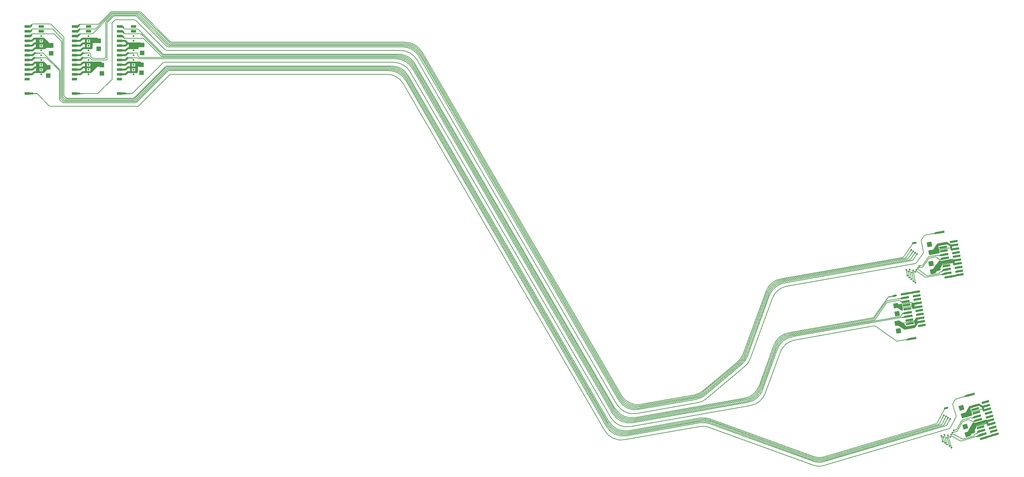
<source format=gbr>
*
G4_C Author: OrCAD GerbTool(tm) 8.1.1 Thu Jun 19 00:37:15 2003*
G4 Mass Parameters *
G4 Image *
G4 Aperture Definitions *
G4 Plot Data *
G4 Mass Parameters *
G4 Image *
G4 Aperture Definitions *
G4 Plot Data *
G4 Mass Parameters *
G4 Image *
G4 Aperture Definitions *
G4 Plot Data *
G4 Mass Parameters *
G4 Image *
G4 Aperture Definitions *
G4 Plot Data *
G4 Mass Parameters *
G4 Image *
G4 Aperture Definitions *
G4 Plot Data *
G4 Mass Parameters *
G4 Image *
G4 Aperture Definitions *
G4 Plot Data *
G4 Mass Parameters *
G4 Image *
G4 Aperture Definitions *
G4 Plot Data *
G4 Mass Parameters *
G4 Image *
G4 Aperture Definitions *
G4 Plot Data *
%LPD*%
%FSLAX34Y34*%
%MOIN*%
%AD*%
%AMD25R98*
20,1,0.025000,0.000000,-0.035000,0.000000,0.035000,98.600000*
%
%AMD10R98*
20,1,0.050000,-0.025000,0.000000,0.025000,0.000000,98.600000*
%
%AMD25R98N2*
20,1,0.025000,0.000000,-0.035000,0.000000,0.035000,98.600000*
%
%AMD10R98N2*
20,1,0.050000,-0.025000,0.000000,0.025000,0.000000,98.600000*
%
%AMD25R86*
20,1,0.025000,0.000000,-0.035000,0.000000,0.035000,86.080000*
%
%AMD10R86*
20,1,0.050000,-0.025000,0.000000,0.025000,0.000000,86.080000*
%
%AMD16R5*
20,1,0.025000,-0.035000,0.000000,0.035000,0.000000,5.450000*
%
%AMD10R5*
20,1,0.050000,-0.025000,0.000000,0.025000,0.000000,5.450000*
%
%AMD16R5N2*
20,1,0.025000,-0.035000,0.000000,0.035000,0.000000,5.450000*
%
%AMD10R5N2*
20,1,0.050000,-0.025000,0.000000,0.025000,0.000000,5.450000*
%
%AMD31R3*
20,1,0.025000,0.034920,-0.002390,-0.034920,0.002390,3.950000*
%
%AMD32R3*
20,1,0.050000,-0.001710,-0.024940,0.001710,0.024940,3.950000*
%
%AMD31R3N2*
20,1,0.025000,0.034920,-0.002390,-0.034920,0.002390,3.910000*
%
%AMD32R3N2*
20,1,0.050000,-0.001710,-0.024940,0.001710,0.024940,3.910000*
%
%AMD31R3N3*
20,1,0.025000,0.034920,-0.002390,-0.034920,0.002390,3.920000*
%
%AMD32R3N3*
20,1,0.050000,-0.001710,-0.024940,0.001710,0.024940,3.920000*
%
%AMD29R80*
20,1,0.022000,0.000000,-0.040000,0.000000,0.040000,80.000000*
%
%AMD42R80*
20,1,0.050000,-0.025000,0.000000,0.025000,0.000000,80.000000*
%
%AMD43R20*
20,1,0.022000,0.039390,-0.006950,-0.039390,0.006950,20.000000*
%
%AMD44R20*
20,1,0.050000,-0.004340,-0.024620,0.004340,0.024620,20.000000*
%
%AMD29R100*
20,1,0.022000,0.000000,-0.040000,0.000000,0.040000,100.000000*
%
%AMD42R100*
20,1,0.050000,-0.025000,0.000000,0.025000,0.000000,100.000000*
%
%AMD29R106*
20,1,0.022000,0.000000,-0.040000,0.000000,0.040000,106.600000*
%
%AMD42R106*
20,1,0.050000,-0.025000,0.000000,0.025000,0.000000,106.600000*
%
%AMD29R100N2*
20,1,0.022000,0.000000,-0.040000,0.000000,0.040000,100.000000*
%
%AMD42R100N2*
20,1,0.050000,-0.025000,0.000000,0.025000,0.000000,100.000000*
%
%AMD29R100N3*
20,1,0.022000,0.000000,-0.040000,0.000000,0.040000,100.000000*
%
%AMD42R100N3*
20,1,0.050000,-0.025000,0.000000,0.025000,0.000000,100.000000*
%
%AMD53R1*
20,1,0.022000,0.039390,0.006950,-0.039390,-0.006950,1.000000*
%
%AMD54R1*
20,1,0.050000,0.004340,-0.024620,-0.004340,0.024620,1.000000*
%
%AMD55R1*
20,1,0.022000,0.039260,0.007640,-0.039260,-0.007640,1.000000*
%
%AMD56R1*
20,1,0.050000,0.004770,-0.024540,-0.004770,0.024540,1.000000*
%
%AMD57R1*
20,1,0.022000,0.039120,0.008320,-0.039120,-0.008320,1.000000*
%
%AMD58R1*
20,1,0.050000,0.005200,-0.024450,-0.005200,0.024450,1.000000*
%
%AMD59R1*
20,1,0.022000,0.038970,0.009000,-0.038970,-0.009000,1.000000*
%
%AMD60R1*
20,1,0.050000,0.005630,-0.024360,-0.005630,0.024360,1.000000*
%
%AMD61R1*
20,1,0.022000,0.038810,0.009680,-0.038810,-0.009680,1.000000*
%
%AMD62R1*
20,1,0.050000,0.006050,-0.024260,-0.006050,0.024260,1.000000*
%
%AMD63R1*
20,1,0.022000,0.038640,0.010360,-0.038640,-0.010360,1.000000*
%
%AMD64R1*
20,1,0.050000,0.006470,-0.024150,-0.006470,0.024150,1.000000*
%
%AMD65R0*
20,1,0.022000,0.038450,0.011030,-0.038450,-0.011030,0.500000*
%
%AMD66R0*
20,1,0.050000,0.006890,-0.024030,-0.006890,0.024030,0.500000*
%
%ADD10R,0.050000X0.050000*%
%ADD11C,0.006000*%
%ADD12C,0.019000*%
%ADD13C,0.007900*%
%ADD14C,0.005000*%
%ADD15C,0.000800*%
%ADD16R,0.070000X0.025000*%
%ADD17R,0.068000X0.023000*%
%ADD18C,0.006000*%
%ADD19C,0.009800*%
%ADD20C,0.010000*%
%ADD21C,0.030000*%
%ADD22C,0.060000*%
%ADD23C,0.035000*%
%ADD24C,0.055000*%
%ADD25R,0.025000X0.070000*%
%ADD26D25R98*%
%ADD27R,0.029000X0.058000*%
%ADD28R,0.031000X0.060000*%
%ADD29R,0.022000X0.080000*%
%ADD30R,0.024000X0.082000*%
%ADD31R,0.030000X0.030000*%
%ADD32D10R86*%
%ADD33D16R5*%
%ADD34D10R5*%
%ADD35D16R5N2*%
%ADD36D10R5N2*%
%ADD37D31R3*%
%ADD38D32R3*%
%ADD39R,0.070000X0.025000*%
%ADD40D32R3N2*%
%ADD41R,0.070000X0.025000*%
%ADD42R,0.050000X0.050000*%
%ADD43D29R80*%
%ADD44D42R80*%
%ADD45D43R20*%
%ADD46D44R20*%
%ADD47D29R100*%
%ADD48D42R100*%
%ADD49D29R106*%
%ADD50D42R106*%
%ADD51D29R100N2*%
%ADD52D42R100N2*%
%ADD53D29R100N3*%
%ADD54D42R100N3*%
%ADD55D53R1*%
%ADD56D54R1*%
%ADD57D55R1*%
%ADD58D56R1*%
%ADD59D57R1*%
%ADD60D58R1*%
%ADD61D59R1*%
%ADD62D60R1*%
%ADD63D61R1*%
%ADD64D62R1*%
%ADD65D63R1*%
%ADD66D64R1*%
%ADD67D65R0*%
%ADD68D66R0*%
%ADD256R,0.058000X0.029000*%
G4_C OrCAD GerbTool Tool List *
G54D20*
G1X11500Y51885D2*
G1X10991Y51885D1*
G1X12183Y54145D2*
G54D12*
G1X12183Y54618D1*
G1X12183Y54263D2*
G1X12183Y54735D1*
G1X12236Y56640D2*
G1X12237Y57114D1*
G1X12154Y56135D2*
G54D11*
G1X11566Y56134D1*
G1X12254Y56035D2*
G75*
G3X12154Y56135I-100J0D1*
G74*
G1X11649Y51885D2*
G1X11387Y51885D1*
G1X11719Y51914D2*
G75*
G2X11649Y51885I-71J71D1*
G74*
G1X6191Y51883D2*
G54D12*
G1X5640Y51883D1*
G1X8033Y51886D2*
G54D11*
G1X6389Y51885D1*
G1X8103Y51915D2*
G75*
G2X8033Y51886I-71J71D1*
G74*
G1X6090Y51883D2*
G54D20*
G1X6531Y51883D1*
G1X1291Y51885D2*
G54D12*
G1X742Y51885D1*
G1X1701Y51885D2*
G54D20*
G1X1192Y51885D1*
G1X1771Y51854D2*
G75*
G54D11*
G3X1701Y51885I-71J-71D1*
G74*
G1X10931Y57385D2*
G54D12*
G1X10355Y57384D1*
G1X10486Y56384D2*
G1X10981Y56384D1*
G1X11232Y56636D1*
G1X10493Y55883D2*
G1X10992Y55883D1*
G1X10978Y54886D2*
G1X10431Y54886D1*
G1X10430Y54386D2*
G1X10977Y54386D1*
G1X11228Y54636D1*
G1X10964Y55385D2*
G1X11215Y55636D1*
G1X11229Y55136D2*
G1X10978Y54886D1*
G1X11219Y54136D2*
G1X10971Y53886D1*
G1X10992Y55883D2*
G1X11245Y56136D1*
G1X10976Y56888D2*
G1X10403Y56888D1*
G1X11224Y57136D2*
G1X10976Y56888D1*
G1X9589Y59243D2*
G75*
G54D11*
G2X9619Y59314I100J0D1*
G74*
G1X6291Y59128D2*
G1X6161Y59022D1*
G1X6231Y57382D2*
G54D12*
G1X6483Y57634D1*
G1X6280Y56382D2*
G1X6531Y56634D1*
G1X6277Y54384D2*
G1X6527Y54633D1*
G1X6263Y55384D2*
G1X6513Y55634D1*
G1X6527Y55133D2*
G1X6278Y54884D1*
G1X6518Y54134D2*
G1X6269Y53884D1*
G1X6513Y55634D2*
G54D20*
G1X6990Y55633D1*
G1X6291Y55882D2*
G54D12*
G1X6545Y56135D1*
G1X6545Y56134D2*
G54D20*
G1X6991Y56134D1*
G1X7792Y54634D2*
G54D12*
G1X6544Y54634D1*
G1X7843Y54633D2*
G1X7342Y54134D1*
G1X6518Y54134D1*
G1X6523Y57134D2*
G1X6276Y56885D1*
G1X7816Y54685D2*
G1X7366Y55134D1*
G1X7450Y57134D2*
G1X6523Y57134D1*
G1X6483Y57634D2*
G1X7450Y57634D1*
G1X7451Y56634D2*
G1X6531Y56634D1*
G1X8199Y54987D2*
G1X7698Y54488D1*
G1X6151Y58504D2*
G54D11*
G1X6287Y58616D1*
G75*
G2X6350Y58638I63J-78D1*
G74*
G1X6263Y58096D2*
G1X6156Y58009D1*
G1X6327Y58120D2*
G75*
G3X6263Y58096I0J-100D1*
G74*
G1X7214Y55634D2*
G1X6765Y55634D1*
G1X7286Y55604D2*
G75*
G3X7214Y55634I-71J-71D1*
G74*
G1X7358Y55745D2*
G75*
G2X7329Y55815I71J71D1*
G74*
G1X7329Y56033D1*
G1X7229Y56134D2*
G1X6765Y56134D1*
G1X7329Y56033D2*
G75*
G3X7229Y56134I-100J0D1*
G74*
G1X7524Y55578D2*
G1X7358Y55745D1*
G1X7595Y55548D2*
G75*
G2X7524Y55578I0J100D1*
G74*
G1X7476Y55413D2*
G1X7286Y55604D1*
G1X7547Y55384D2*
G75*
G2X7476Y55413I0J100D1*
G74*
G1X1005Y57779D2*
G1X1135Y57885D1*
G1X1005Y57992D1*
G1X1025Y57963D2*
G1X1025Y57809D1*
G1X1063Y57940D2*
G1X1062Y57831D1*
G1X1010Y57886D2*
G1X1135Y57885D1*
G1X1005Y58279D2*
G1X1135Y58386D1*
G1X1026Y58463D2*
G1X1025Y58309D1*
G1X1062Y58440D2*
G1X1063Y58332D1*
G1X1010Y58386D2*
G1X1135Y58386D1*
G1X1027Y58963D2*
G1X1026Y58809D1*
G1X1063Y58940D2*
G1X1064Y58832D1*
G1X1012Y58885D2*
G1X1136Y58886D1*
G1X1202Y58541D2*
G75*
G2X1301Y58641I100J0D1*
G74*
G1X1202Y58485D2*
G1X1202Y58541D1*
G1X1101Y58386D2*
G75*
G3X1202Y58485I0J100D1*
G74*
G1X1010Y57886D2*
G1X1135Y57885D1*
G1X1201Y58040D2*
G75*
G2X1301Y58140I100J0D1*
G74*
G1X1202Y57986D2*
G1X1201Y58040D1*
G1X1101Y57886D2*
G75*
G3X1202Y57986I0J100D1*
G74*
G1X1135Y58886D2*
G1X1005Y58992D1*
G1X1011Y58886D2*
G1X1135Y58886D1*
G1X1101Y58885D2*
G75*
G3X1201Y58986I0J100D1*
G74*
G1X1133Y58385D2*
G1X1004Y58492D1*
G1X1050Y58431D2*
G1X1175Y58430D1*
G1X1054Y58466D2*
G1X1179Y58466D1*
G1X1101Y58505D2*
G1X1231Y58611D1*
G1X1059Y58440D2*
G1X1189Y58546D1*
G1X990Y58491D2*
G1X1114Y58490D1*
G1X1068Y58413D2*
G1X1198Y58519D1*
G1X1003Y58992D2*
G1X1129Y58992D1*
G1X1043Y58932D2*
G1X1167Y58932D1*
G1X1045Y58971D2*
G1X1170Y58970D1*
G1X1199Y59043D2*
G1X1069Y58936D1*
G1X1192Y59002D2*
G1X1062Y58896D1*
G1X1177Y58977D2*
G1X1047Y58871D1*
G1X1042Y58457D2*
G1X1172Y58564D1*
G1X1106Y58010D2*
G1X1236Y58116D1*
G1X1025Y57944D2*
G1X1155Y58050D1*
G1X966Y57991D2*
G1X1090Y57991D1*
G1X1058Y57930D2*
G1X1183Y57930D1*
G1X1061Y57963D2*
G1X1186Y57963D1*
G1X1065Y57990D2*
G1X1190Y57989D1*
G1X1060Y57931D2*
G1X1190Y58038D1*
G1X1201Y58986D2*
G1X1201Y59046D1*
G75*
G2X1302Y59146I100J0D1*
G74*
G1X1243Y59129D2*
G1X1113Y59023D1*
G1X1187Y59084D2*
G1X1057Y58978D1*
G1X1182Y57383D2*
G54D12*
G1X605Y57384D1*
G1X1182Y57383D2*
G1X1434Y57635D1*
G1X1074Y58945D2*
G54D11*
G1X1202Y59074D1*
G1X735Y56383D2*
G54D12*
G1X1231Y56383D1*
G1X743Y55883D2*
G1X1243Y55883D1*
G1X681Y53885D2*
G1X1181Y53885D1*
G1X1229Y54885D2*
G1X681Y54884D1*
G1X681Y54385D2*
G1X1227Y54385D1*
G1X681Y55385D2*
G1X1215Y55385D1*
G1X1464Y55635D1*
G1X1470Y54135D2*
G1X1220Y53885D1*
G1X1226Y56886D2*
G1X654Y56887D1*
G1X1474Y57135D2*
G1X1226Y56886D1*
G1X1017Y58789D2*
G54D11*
G1X1147Y58896D1*
G1X1595Y56135D2*
G54D20*
G1X2041Y56134D1*
G1X2894Y54635D2*
G54D12*
G1X2394Y54135D1*
G1X2866Y54685D2*
G1X2417Y55135D1*
G1X1280Y56383D2*
G1X1532Y56635D1*
G1X1276Y54385D2*
G1X1527Y54635D1*
G1X1527Y55134D2*
G1X1278Y54885D1*
G1X1292Y55883D2*
G1X1544Y56136D1*
G1X14939Y56005D2*
G75*
G54D11*
G2X14869Y56034I0J100D1*
G74*
G1X14867Y55885D2*
G75*
G2X14797Y55914I0J100D1*
G74*
G1X14786Y55765D2*
G75*
G2X14716Y55794I0J100D1*
G74*
G1X14921Y55116D2*
G1X11719Y51914D1*
G1X14991Y55145D2*
G75*
G3X14921Y55116I0J-100D1*
G74*
G1X15232Y54765D2*
G75*
G3X15162Y54736I0J-100D1*
G74*
G1X15220Y54616D2*
G75*
G2X15290Y54645I71J-71D1*
G74*
G1X15347Y54525D2*
G75*
G3X15277Y54496I0J-100D1*
G74*
G1X15340Y54376D2*
G75*
G2X15410Y54405I71J-71D1*
G74*
G1X15484Y54285D2*
G75*
G3X15414Y54256I0J-100D1*
G74*
G1X15609Y53876D2*
G75*
G2X15679Y53905I71J-71D1*
G74*
G1X9724Y59953D2*
G75*
G2X9794Y59982I71J-71D1*
G74*
G1X9650Y60073D2*
G75*
G2X9720Y60102I71J-71D1*
G74*
G1X9587Y60193D2*
G75*
G2X9657Y60222I71J-71D1*
G74*
G1X9530Y60313D2*
G75*
G2X9600Y60342I71J-71D1*
G74*
G1X9473Y60433D2*
G75*
G2X9543Y60462I71J-71D1*
G74*
G1X9619Y59314D2*
G1X9875Y59571D1*
G75*
G2X9945Y59600I71J-71D1*
G74*
G1X12115Y50955D2*
G1X15414Y54256D1*
G1X12045Y50926D2*
G75*
G3X12115Y50955I0J100D1*
G74*
G1X15340Y54376D2*
G1X12040Y51075D1*
G75*
G2X11970Y51046I-71J71D1*
G74*
G1X11977Y51195D2*
G1X15277Y54496D1*
G1X11907Y51166D2*
G75*
G3X11977Y51195I0J100D1*
G74*
G1X15220Y54616D2*
G1X11920Y51315D1*
G75*
G2X11850Y51286I-71J71D1*
G74*
G1X11862Y51435D2*
G1X15162Y54736D1*
G1X11792Y51406D2*
G75*
G3X11862Y51435I0J100D1*
G74*
G1X11792Y51406D2*
G1X4843Y51406D1*
G75*
G2X4773Y51435I0J100D1*
G74*
G1X4744Y51286D2*
G1X11850Y51286D1*
G1X4673Y51315D2*
G75*
G3X4744Y51286I71J71D1*
G74*
G1X11907Y51166D2*
G1X4646Y51166D1*
G75*
G2X4575Y51195I0J100D1*
G74*
G1X4571Y51046D2*
G1X11970Y51046D1*
G1X4501Y51075D2*
G75*
G3X4571Y51046I71J71D1*
G74*
G1X12045Y50926D2*
G1X4472Y50926D1*
G75*
G2X4402Y50955I0J100D1*
G74*
G1X4088Y51269D1*
G1X4059Y51339D2*
G75*
G3X4088Y51269I100J0D1*
G74*
G1X4501Y51075D2*
G1X4208Y51368D1*
G75*
G2X4179Y51438I71J71D1*
G74*
G1X4575Y51195D2*
G1X4328Y51444D1*
G75*
G2X4299Y51514I71J71D1*
G74*
G1X4448Y51542D2*
G1X4673Y51315D1*
G1X4419Y51612D2*
G75*
G3X4448Y51542I100J0D1*
G74*
G1X4773Y51435D2*
G1X4571Y51637D1*
G75*
G2X4542Y51707I71J71D1*
G74*
G1X4059Y51339D2*
G1X4059Y54244D1*
G75*
G3X4030Y54314I-100J0D1*
G74*
G1X4179Y51438D2*
G1X4179Y54294D1*
G75*
G3X4150Y54364I-100J0D1*
G74*
G1X4030Y54314D2*
G1X2737Y55606D1*
G1X2667Y55635D2*
G1X1817Y55635D1*
G1X2737Y55606D2*
G75*
G3X2667Y55635I-71J-71D1*
G74*
G1X4150Y54364D2*
G1X2408Y56106D1*
G1X2338Y56135D2*
G1X1816Y56135D1*
G1X2408Y56106D2*
G75*
G3X2338Y56135I-71J-71D1*
G74*
G1X4299Y51514D2*
G1X4299Y57289D1*
G75*
G3X4270Y57359I-100J0D1*
G74*
G1X4419Y51612D2*
G1X4419Y57509D1*
G75*
G3X4390Y57579I-100J0D1*
G74*
G1X4542Y51707D2*
G1X4542Y57745D1*
G75*
G3X4513Y57815I-100J0D1*
G74*
G1X4270Y57359D2*
G1X3519Y58111D1*
G75*
G3X3449Y58140I-71J-71D1*
G74*
G1X4390Y57579D2*
G1X3359Y58611D1*
G75*
G3X3289Y58640I-71J-71D1*
G74*
G1X4513Y57815D2*
G1X3212Y59116D1*
G75*
G3X3142Y59145I-71J-71D1*
G74*
G1X2394Y54135D2*
G54D12*
G1X1470Y54135D1*
G1X2843Y54635D2*
G1X1510Y54635D1*
G1X2417Y55135D2*
G1X1510Y55134D1*
G1X2141Y55635D2*
G54D20*
G1X1510Y55635D1*
G1X2502Y57135D2*
G54D12*
G1X1474Y57135D1*
G1X3289Y58640D2*
G54D11*
G1X1301Y58640D1*
G1X3142Y59145D2*
G1X1302Y59145D1*
G1X3449Y58140D2*
G1X1300Y58140D1*
G1X1771Y51854D2*
G1X3051Y50575D1*
G75*
G3X3121Y50546I71J71D1*
G74*
G1X12240Y50546D1*
G1X12310Y50575D2*
G1X15609Y53876D1*
G1X12240Y50546D2*
G75*
G3X12310Y50575I0J100D1*
G74*
G1X8103Y51915D2*
G1X9560Y53372D1*
G1X9589Y53442D2*
G1X9589Y59243D1*
G1X9560Y53372D2*
G75*
G3X9589Y53442I-71J71D1*
G74*
G1X5631Y53884D2*
G54D12*
G1X6230Y53884D1*
G1X5629Y54384D2*
G1X6277Y54384D1*
G1X6278Y54884D2*
G1X5630Y54883D1*
G1X5630Y55384D2*
G1X6263Y55384D1*
G1X5692Y55882D2*
G1X6291Y55882D1*
G1X5684Y56382D2*
G1X6280Y56382D1*
G1X6231Y57382D2*
G1X5554Y57383D1*
G1X6276Y56885D2*
G1X5602Y56886D1*
G1X6089Y57896D2*
G54D11*
G1X5959Y58001D1*
G1X5959Y57790D2*
G1X6089Y57896D1*
G1X5964Y57896D1*
G1X5979Y57973D2*
G1X5979Y57818D1*
G1X6089Y57896D2*
G1X5964Y57896D1*
G1X6012Y57940D2*
G1X6138Y57940D1*
G1X6055Y57896D2*
G75*
G3X6156Y57996I0J100D1*
G74*
G1X6019Y58000D2*
G1X6144Y58000D1*
G1X6014Y57942D2*
G1X6144Y58048D1*
G1X6155Y58037D2*
G1X6155Y58092D1*
G1X6177Y58115D2*
G1X5979Y57954D1*
G1X6017Y57950D2*
G1X6017Y57842D1*
G1X6015Y57973D2*
G1X6140Y57973D1*
G1X6239Y58138D2*
G75*
G3X6177Y58115I0J-101D1*
G74*
G1X6156Y57996D2*
G1X6156Y58051D1*
G1X6383Y58138D2*
G1X6239Y58138D1*
G1X5921Y57982D2*
G1X6034Y58035D1*
G1X6021Y58029D2*
G1X6134Y58081D1*
G1X6089Y58396D2*
G1X5959Y58501D1*
G1X5959Y58290D2*
G1X6089Y58396D1*
G1X5964Y58396D1*
G1X5979Y58473D2*
G1X5979Y58318D1*
G1X6089Y58396D2*
G1X5964Y58396D1*
G1X6012Y58440D2*
G1X6138Y58440D1*
G1X6055Y58396D2*
G75*
G3X6156Y58496I0J100D1*
G74*
G1X6019Y58500D2*
G1X6144Y58500D1*
G1X6014Y58442D2*
G1X6144Y58548D1*
G1X6155Y58537D2*
G1X6155Y58592D1*
G1X6177Y58615D2*
G1X5979Y58454D1*
G1X6017Y58450D2*
G1X6017Y58342D1*
G1X6015Y58473D2*
G1X6140Y58473D1*
G1X6239Y58638D2*
G75*
G3X6177Y58615I0J-101D1*
G74*
G1X6156Y58496D2*
G1X6156Y58551D1*
G1X6383Y58638D2*
G1X6239Y58638D1*
G1X5921Y58483D2*
G1X6034Y58535D1*
G1X6021Y58529D2*
G1X6134Y58582D1*
G1X6091Y58895D2*
G1X5961Y59000D1*
G1X5961Y58789D2*
G1X6091Y58895D1*
G1X5966Y58895D1*
G1X5981Y58972D2*
G1X5981Y58817D1*
G1X6091Y58895D2*
G1X5966Y58895D1*
G1X6014Y58939D2*
G1X6140Y58939D1*
G1X6057Y58895D2*
G75*
G3X6158Y58995I0J100D1*
G74*
G1X6021Y58999D2*
G1X6146Y58999D1*
G1X6016Y58941D2*
G1X6146Y59047D1*
G1X6157Y59036D2*
G1X6157Y59091D1*
G1X6179Y59114D2*
G1X5981Y58953D1*
G1X6019Y58949D2*
G1X6019Y58841D1*
G1X6017Y58972D2*
G1X6142Y58972D1*
G1X6241Y59137D2*
G75*
G3X6179Y59114I0J-101D1*
G74*
G1X6158Y58995D2*
G1X6158Y59050D1*
G1X6385Y59137D2*
G1X6241Y59137D1*
G1X5923Y58981D2*
G1X6036Y59034D1*
G1X6023Y59028D2*
G1X6136Y59080D1*
G1X6097Y58493D2*
G1X6233Y58605D1*
G1X6115Y58016D2*
G1X6251Y58128D1*
G1X12237Y56635D2*
G54D12*
G1X11232Y56635D1*
G1X11246Y56134D2*
G54D20*
G1X11792Y56135D1*
G1X11215Y55635D2*
G1X11792Y55635D1*
G1X12498Y55135D2*
G54D12*
G1X11229Y55135D1*
G1X12183Y54635D2*
G1X11245Y54635D1*
G1X12183Y54135D2*
G1X11219Y54135D1*
G1X12182Y55635D2*
G54D11*
G1X11535Y55635D1*
G1X12252Y55606D2*
G75*
G3X12182Y55635I-71J-71D1*
G74*
G1X12252Y55606D2*
G1X12304Y55554D1*
G75*
G3X12374Y55525I71J71D1*
G74*
G1X12254Y55882D2*
G1X12254Y56035D1*
G1X12283Y55811D2*
G75*
G2X12254Y55882I71J71D1*
G74*
G1X12283Y55811D2*
G1X12420Y55674D1*
G75*
G3X12490Y55645I71J71D1*
G74*
G1X10431Y55385D2*
G54D12*
G1X10964Y55385D1*
G1X10431Y53885D2*
G1X10932Y53885D1*
G1X10991Y51885D2*
G1X10441Y51885D1*
G1X11801Y56383D3*
G1X11800Y55883D3*
G1X11800Y54384D3*
G1X11799Y55384D3*
G1X11799Y54884D3*
G1X11800Y53883D3*
G1X11799Y57884D3*
G54D256*
G1X11799Y58384D3*
G1X11801Y58884D3*
G1X10330Y58386D3*
G1X10329Y57885D3*
G1X10329Y57386D3*
G1X10329Y56886D3*
G1X10329Y56385D3*
G1X10330Y55885D3*
G1X10330Y55385D3*
G1X10329Y54884D3*
G1X10330Y54385D3*
G1X10329Y53886D3*
G1X10330Y53385D3*
G1X10329Y51885D3*
G1X10330Y58885D3*
G1X12498Y56817D2*
G54D12*
G1X12110Y56817D1*
G1X12505Y56993D2*
G1X12110Y56993D1*
G1X11799Y57384D3*
G1X12497Y57133D2*
G1X11224Y57133D1*
G54D42*
G1X12637Y54064D3*
G1X12638Y54904D3*
G1X12714Y56128D3*
G1X12715Y56968D3*
G54D12*
G1X7112Y56383D3*
G1X7111Y55883D3*
G1X7111Y54384D3*
G1X7111Y56883D3*
G1X7110Y57384D3*
G1X7110Y55384D3*
G1X7110Y54884D3*
G1X7111Y53883D3*
G54D256*
G1X5641Y58386D3*
G1X5640Y57885D3*
G1X5640Y57386D3*
G1X5640Y56886D3*
G1X5640Y56385D3*
G1X5641Y55885D3*
G1X5641Y55385D3*
G1X5640Y54884D3*
G1X5641Y54385D3*
G1X5640Y53886D3*
G1X5641Y53385D3*
G1X5640Y51885D3*
G1X5641Y58885D3*
G1X7110Y58884D3*
G1X7110Y58384D3*
G54D12*
G1X7110Y57884D3*
G1X9587Y60193D2*
G54D11*
G1X7562Y58167D1*
G1X7492Y58138D2*
G1X6327Y58138D1*
G1X7562Y58167D2*
G75*
G2X7492Y58138I-71J71D1*
G74*
G1X6350Y58638D2*
G1X7815Y58638D1*
G1X7885Y58667D2*
G1X9530Y60313D1*
G1X7815Y58638D2*
G75*
G3X7885Y58667I0J100D1*
G74*
G1X9473Y60433D2*
G1X8205Y59166D1*
G1X8135Y59137D2*
G1X6350Y59137D1*
G1X8205Y59166D2*
G75*
G2X8135Y59137I-71J71D1*
G74*
G1X6857Y57101D2*
G54D12*
G1X6857Y57574D1*
G1X6857Y56659D2*
G1X6857Y57132D1*
G1X7366Y56664D2*
G1X7366Y57137D1*
G1X7366Y57071D2*
G1X7366Y57544D1*
G1X5945Y57964D2*
G54D11*
G1X5945Y57809D1*
G1X5930Y57926D2*
G1X5930Y57771D1*
G1X5943Y58462D2*
G1X5943Y58307D1*
G1X5930Y58426D2*
G1X5930Y58271D1*
G1X5940Y58958D2*
G1X5940Y58803D1*
G1X5930Y58926D2*
G1X5930Y58771D1*
G1X6244Y59141D2*
G1X6114Y59035D1*
G1X8807Y55549D2*
G1X7595Y55549D1*
G1X8907Y55649D2*
G75*
G2X8807Y55549I-100J0D1*
G74*
G1X7547Y55384D2*
G1X8958Y55384D1*
G75*
G3X9058Y55484I0J100D1*
G74*
G1X9057Y59244D1*
G1X9086Y59315D2*
G1X9724Y59953D1*
G1X9057Y59244D2*
G75*
G2X9086Y59315I100J0D1*
G74*
G1X8907Y55649D2*
G1X8907Y59288D1*
G1X8936Y59359D2*
G1X9650Y60073D1*
G1X8907Y59288D2*
G75*
G2X8936Y59359I100J0D1*
G74*
G54D42*
G1X8506Y54010D3*
G1X8507Y54850D3*
G1X7995Y57634D2*
G54D12*
G1X7425Y57634D1*
G1X7450Y56634D2*
G1X7450Y57623D1*
G1X7384Y56993D2*
G1X7440Y56993D1*
G1X7440Y56816D2*
G1X7384Y56816D1*
G1X8002Y57462D2*
G1X7432Y57462D1*
G1X8008Y57275D2*
G1X7438Y57275D1*
G54D42*
G1X8175Y56552D3*
G1X8176Y57392D3*
G54D12*
G1X2183Y56382D3*
G1X2182Y55882D3*
G1X2182Y54383D3*
G1X2182Y56882D3*
G1X2181Y57383D3*
G1X2181Y55383D3*
G1X2181Y54883D3*
G1X2182Y53882D3*
G1X2181Y57883D3*
G54D256*
G1X2181Y58383D3*
G1X2183Y58883D3*
G1X711Y58385D3*
G1X710Y57884D3*
G1X710Y57385D3*
G1X710Y56885D3*
G1X710Y56384D3*
G1X711Y55884D3*
G1X711Y55384D3*
G1X710Y54883D3*
G1X711Y54384D3*
G1X710Y53885D3*
G1X711Y53384D3*
G1X710Y51883D3*
G1X711Y58884D3*
G1X1474Y57635D2*
G54D12*
G1X2416Y57635D1*
G54D42*
G1X2893Y53775D3*
G1X2894Y54615D3*
G1X3212Y56079D3*
G1X3213Y56919D3*
G1X2507Y57073D2*
G54D12*
G1X3367Y57073D1*
G1X2867Y57185D2*
G1X2418Y57635D1*
G1X3119Y56931D2*
G1X2670Y57381D1*
G1X2507Y56764D2*
G1X3367Y56764D1*
G1X2455Y56928D2*
G1X3315Y56928D1*
G1X3044Y56887D2*
G1X2595Y57337D1*
G1X2601Y56750D2*
G1X2601Y57427D1*
G1X2448Y56635D2*
G1X2448Y57585D1*
G1X2978Y57079D2*
G1X2528Y56635D1*
G1X2510Y56634D2*
G1X1555Y56634D1*
G1X1920Y54157D2*
G1X1920Y55107D1*
G1X1737Y54164D2*
G1X1737Y55114D1*
G1X1902Y56651D2*
G1X1902Y57601D1*
G1X1717Y56637D2*
G1X1717Y57587D1*
G1X2442Y55104D2*
G1X2442Y54205D1*
G1X2600Y54935D2*
G1X2600Y54435D1*
G1X12085Y56719D2*
G1X12085Y57134D1*
G1X11414Y56684D2*
G1X11414Y57134D1*
G1X11195Y57139D2*
G1X10943Y57393D1*
G54D256*
G1X11749Y56967D3*
G1X11728Y56812D3*
G1X10618Y57990D2*
G54D11*
G1X10748Y57884D1*
G1X10618Y57778D1*
G1X10624Y57884D2*
G1X10748Y57884D1*
G1X10624Y57884D1*
G1X10714Y57885D2*
G75*
G2X10814Y57784I0J-100D1*
G74*
G1X10639Y57827D2*
G1X10769Y57720D1*
G1X10578Y57780D2*
G1X10704Y57779D1*
G1X10672Y57840D2*
G1X10796Y57840D1*
G1X10674Y57807D2*
G1X10800Y57807D1*
G1X10679Y57780D2*
G1X10803Y57780D1*
G1X10674Y57838D2*
G1X10804Y57732D1*
G1X10814Y57748D2*
G1X10813Y57693D1*
G1X10814Y57793D2*
G1X10814Y57738D1*
G1X10633Y57944D2*
G1X10633Y57817D1*
G1X10619Y58490D2*
G1X10749Y58384D1*
G1X10623Y58385D1*
G1X10715Y58384D2*
G75*
G2X10814Y58284I0J-100D1*
G74*
G1X10747Y58384D2*
G1X10616Y58278D1*
G1X10664Y58340D2*
G1X10789Y58339D1*
G1X10667Y58304D2*
G1X10792Y58304D1*
G1X10672Y58330D2*
G1X10802Y58224D1*
G1X10602Y58279D2*
G1X10728Y58279D1*
G1X10682Y58357D2*
G1X10812Y58251D1*
G1X10656Y58312D2*
G1X10786Y58206D1*
G1X10813Y58255D2*
G1X10813Y58200D1*
G1X10813Y58298D2*
G1X10813Y58243D1*
G1X10637Y58439D2*
G1X10637Y58312D1*
G1X10624Y58887D2*
G1X10750Y58887D1*
G1X10619Y58993D1*
G1X10749Y58887D2*
G1X10618Y58781D1*
G1X10623Y58887D2*
G1X10749Y58887D1*
G1X10714Y58887D2*
G75*
G2X10814Y58787I0J-100D1*
G74*
G1X10616Y58782D2*
G1X10741Y58781D1*
G1X10655Y58841D2*
G1X10781Y58842D1*
G1X10659Y58802D2*
G1X10783Y58802D1*
G1X10812Y58730D2*
G1X10682Y58836D1*
G1X10806Y58772D2*
G1X10676Y58877D1*
G1X10790Y58796D2*
G1X10660Y58902D1*
G1X10814Y58787D2*
G1X10815Y58727D1*
G1X10799Y58689D2*
G1X10669Y58795D1*
G1X10687Y58828D2*
G1X10815Y58699D1*
G1X10633Y58937D2*
G1X10633Y58810D1*
G1X10719Y57760D2*
G1X10826Y57673D1*
G75*
G3X10889Y57651I63J78D1*
G74*
G1X10715Y58265D2*
G1X10840Y58164D1*
G75*
G3X10903Y58141I63J77D1*
G74*
G1X10725Y58750D2*
G1X10831Y58664D1*
G75*
G3X10894Y58641I63J77D1*
G74*
G1X14716Y55794D2*
G1X12890Y57621D1*
G1X12819Y57651D2*
G1X10889Y57651D1*
G1X12890Y57621D2*
G75*
G3X12819Y57651I-71J-71D1*
G74*
G1X10903Y58141D2*
G1X12529Y58141D1*
G1X12599Y58112D2*
G1X14797Y55914D1*
G1X12529Y58141D2*
G75*
G2X12599Y58112I0J-100D1*
G74*
G1X12183Y54285D2*
G54D12*
G1X12083Y54286D1*
G1X12184Y54448D2*
G1X12084Y54448D1*
G1X12497Y54793D2*
G1X12084Y54793D1*
G1X12084Y54955D2*
G1X12497Y54955D1*
G1X11543Y54139D2*
G1X11543Y54612D1*
G1X11543Y54583D2*
G1X11543Y55055D1*
G1X12083Y54155D2*
G1X12083Y54628D1*
G1X12084Y54578D2*
G1X12084Y55051D1*
G1X6853Y54151D2*
G1X6853Y54624D1*
G1X7610Y54447D2*
G1X7401Y54447D1*
G1X6853Y54624D2*
G1X6853Y55097D1*
G1X8409Y54791D2*
G1X7401Y54791D1*
G1X7401Y54954D2*
G1X8410Y54954D1*
G1X7397Y54224D2*
G1X7397Y54697D1*
G1X7397Y54584D2*
G1X7397Y55057D1*
G1X8409Y55134D2*
G1X6527Y55134D1*
G1X15658Y57304D2*
G75*
G54D11*
G3X15799Y57245I142J141D1*
G74*
G1X15560Y57184D2*
G75*
G3X15701Y57125I142J141D1*
G74*
G1X15606Y57005D2*
G75*
G2X15465Y57064I0J200D1*
G74*
G1X15389Y56944D2*
G75*
G3X15530Y56885I142J142D1*
G74*
G1X15431Y56765D2*
G75*
G2X15290Y56824I0J200D1*
G74*
G1X15125Y56444D2*
G75*
G3X15266Y56385I142J142D1*
G74*
G1X15799Y57245D2*
G75*
G2X15658Y57304I0J200D1*
G74*
G1X9543Y60462D2*
G1X12425Y60462D1*
G1X12567Y60403D2*
G1X15658Y57304D1*
G1X12425Y60462D2*
G75*
G2X12567Y60403I0J-200D1*
G74*
G1X9600Y60342D2*
G1X12326Y60342D1*
G1X12468Y60283D2*
G1X15560Y57184D1*
G1X12326Y60342D2*
G75*
G2X12468Y60283I0J-200D1*
G74*
G1X9657Y60222D2*
G1X12224Y60222D1*
G1X12366Y60163D2*
G1X15465Y57064D1*
G1X12224Y60222D2*
G75*
G2X12366Y60163I0J-200D1*
G74*
G1X9720Y60102D2*
G1X12148Y60102D1*
G1X12290Y60043D2*
G1X15389Y56944D1*
G1X12148Y60102D2*
G75*
G2X12290Y60043I0J-200D1*
G74*
G1X9794Y59982D2*
G1X12049Y59982D1*
G1X12191Y59923D2*
G1X15290Y56824D1*
G1X12049Y59982D2*
G75*
G2X12191Y59923I0J-200D1*
G74*
G1X9945Y59600D2*
G1X11887Y59600D1*
G1X12029Y59541D2*
G1X15125Y56444D1*
G1X11887Y59600D2*
G75*
G2X12029Y59541I0J-200D1*
G74*
G1X10894Y58641D2*
G1X12179Y58641D1*
G1X12321Y58582D2*
G1X14869Y56034D1*
G1X12179Y58641D2*
G75*
G2X12321Y58582I0J-200D1*
G74*
G1X15799Y57245D2*
G1X40169Y57245D1*
G75*
G2X41899Y56248I0J-1991D1*
G74*
G1X40101Y57125D2*
G1X15701Y57125D1*
G1X41831Y56128D2*
G75*
G3X40101Y57125I-1730J-1004D1*
G74*
G1X15606Y57005D2*
G1X40031Y57005D1*
G75*
G2X41762Y56008I0J-1991D1*
G74*
G1X39963Y56885D2*
G1X15530Y56885D1*
G1X41693Y55888D2*
G75*
G3X39963Y56885I-1730J-1002D1*
G74*
G1X15431Y56765D2*
G1X39893Y56765D1*
G75*
G2X41623Y55768I0J-1991D1*
G74*
G1X39675Y56385D2*
G1X15266Y56385D1*
G1X41405Y55388D2*
G75*
G3X39675Y56385I-1730J-1002D1*
G74*
G1X14939Y56005D2*
G1X39455Y56005D1*
G75*
G2X41185Y55008I0J-1991D1*
G74*
G1X39386Y55885D2*
G1X14867Y55885D1*
G1X41116Y54888D2*
G75*
G3X39386Y55885I-1730J-1004D1*
G74*
G1X14786Y55765D2*
G1X39317Y55765D1*
G75*
G2X41047Y54768I0J-1991D1*
G74*
G1X39248Y55645D2*
G1X12490Y55645D1*
G1X40978Y54648D2*
G75*
G3X39248Y55645I-1730J-1004D1*
G74*
G1X12374Y55525D2*
G1X39179Y55525D1*
G75*
G2X40909Y54528I0J-1991D1*
G74*
G1X38960Y55145D2*
G1X14991Y55145D1*
G1X40690Y54148D2*
G75*
G3X38960Y55145I-1730J-1004D1*
G74*
G1X15232Y54765D2*
G1X38741Y54765D1*
G75*
G2X40471Y53768I0J-1991D1*
G74*
G1X38671Y54645D2*
G1X15290Y54645D1*
G1X40401Y53648D2*
G75*
G3X38671Y54645I-1730J-1004D1*
G74*
G1X15347Y54525D2*
G1X38602Y54525D1*
G75*
G2X40333Y53528I0J-1991D1*
G74*
G1X38533Y54405D2*
G1X15410Y54405D1*
G1X40264Y53408D2*
G75*
G3X38533Y54405I-1730J-1004D1*
G74*
G1X15484Y54285D2*
G1X38464Y54285D1*
G75*
G2X40194Y53288I0J-1991D1*
G74*
G1X38245Y53905D2*
G1X15679Y53905D1*
G1X39975Y52908D2*
G75*
G3X38245Y53905I-1730J-1004D1*
G74*
G1X39975Y52908D2*
G1X60974Y16683D1*
G75*
G3X63052Y15717I1735J1007D1*
G74*
G1X61170Y17104D2*
G1X40194Y53288D1*
G1X63247Y16137D2*
G75*
G2X61170Y17104I-347J1962D1*
G74*
G1X40264Y53408D2*
G1X61231Y17237D1*
G75*
G3X63309Y16270I1735J1007D1*
G74*
G1X61293Y17369D2*
G1X40333Y53528D1*
G1X63371Y16403D2*
G75*
G2X61293Y17369I-347J1962D1*
G74*
G1X40401Y53648D2*
G1X61355Y17502D1*
G75*
G3X63433Y16535I1735J1007D1*
G74*
G1X61417Y17635D2*
G1X40471Y53768D1*
G1X63494Y16668D2*
G75*
G2X61417Y17635I-347J1962D1*
G74*
G1X40690Y54148D2*
G1X61612Y18055D1*
G75*
G3X63690Y17088I1735J1007D1*
G74*
G1X61808Y18475D2*
G1X40909Y54528D1*
G1X63885Y17509D2*
G75*
G2X61808Y18475I-347J1962D1*
G74*
G1X40978Y54648D2*
G1X61869Y18608D1*
G75*
G3X63947Y17642I1735J1007D1*
G74*
G1X61931Y18741D2*
G1X41047Y54768D1*
G1X64009Y17774D2*
G75*
G2X61931Y18741I-347J1962D1*
G74*
G1X41116Y54888D2*
G1X61993Y18874D1*
G75*
G3X64071Y17907I1735J1007D1*
G74*
G1X62055Y19006D2*
G1X41185Y55008D1*
G1X64133Y18040D2*
G75*
G2X62055Y19006I-347J1961D1*
G74*
G1X41405Y55388D2*
G1X62250Y19427D1*
G75*
G3X64328Y18460I1736J1005D1*
G74*
G1X62446Y19847D2*
G1X41623Y55768D1*
G1X64524Y18880D2*
G75*
G2X62446Y19847I-347J1962D1*
G74*
G1X41693Y55888D2*
G1X62507Y19980D1*
G75*
G3X64585Y19013I1736J1005D1*
G74*
G1X62569Y20113D2*
G1X41762Y56008D1*
G1X64647Y19146D2*
G75*
G2X62569Y20113I-347J1961D1*
G74*
G1X41831Y56128D2*
G1X62631Y20245D1*
G75*
G3X64709Y19279I1735J1007D1*
G74*
G1X62694Y20378D2*
G1X41899Y56248D1*
G1X64771Y19412D2*
G75*
G2X62694Y20378I-347J1961D1*
G74*
G1X75566Y20056D2*
G1X64133Y18040D1*
G1X77098Y21341D2*
G75*
G2X75566Y20056I-1873J682D1*
G74*
G1X64071Y17907D2*
G1X75656Y19950D1*
G75*
G3X77188Y21235I-347J1965D1*
G74*
G1X75745Y19844D2*
G1X64009Y17774D1*
G1X77277Y21129D2*
G75*
G2X75745Y19844I-1873J682D1*
G74*
G1X63947Y17642D2*
G1X75834Y19738D1*
G75*
G3X77366Y21023I-347J1965D1*
G74*
G1X75923Y19631D2*
G1X63885Y17509D1*
G1X77455Y20917D2*
G75*
G2X75923Y19631I-1873J682D1*
G74*
G1X63690Y17088D2*
G1X76205Y19295D1*
G75*
G3X77737Y20581I-347J1965D1*
G74*
G1X64771Y19412D2*
G1X70298Y20386D1*
G75*
G3X71236Y20824I-351J1989D1*
G74*
G1X70350Y20273D2*
G1X64709Y19279D1*
G1X71289Y20711D2*
G75*
G2X70350Y20273I-1278J1523D1*
G74*
G1X64647Y19146D2*
G1X70403Y20161D1*
G75*
G3X71341Y20598I-351J1989D1*
G74*
G1X70455Y20048D2*
G1X64585Y19013D1*
G1X71394Y20486D2*
G75*
G2X70455Y20048I-1278J1523D1*
G74*
G1X64524Y18880D2*
G1X70508Y19936D1*
G75*
G3X71446Y20373I-351J1989D1*
G74*
G1X70674Y19579D2*
G1X64328Y18460D1*
G1X71613Y20017D2*
G75*
G2X70674Y19579I-1279J1523D1*
G74*
G1X71236Y20824D2*
G1X74859Y23863D1*
G75*
G3X75453Y24712I-1281J1526D1*
G74*
G1X74961Y23793D2*
G1X71289Y20711D1*
G1X75555Y24641D2*
G75*
G2X74961Y23793I-1862J677D1*
G74*
G1X71341Y20598D2*
G1X75063Y23721D1*
G75*
G3X75657Y24569I-1281J1526D1*
G74*
G1X71394Y20486D2*
G1X75165Y23650D1*
G75*
G3X75759Y24498I-1281J1526D1*
G74*
G1X75267Y23579D2*
G1X71446Y20373D1*
G1X75860Y24427D2*
G75*
G2X75267Y23579I-1862J677D1*
G74*
G1X75589Y23354D2*
G1X71613Y20017D1*
G1X76183Y24202D2*
G75*
G2X75589Y23354I-1862J677D1*
G74*
G1X63052Y15717D2*
G1X70876Y17097D1*
G75*
G2X71908Y17006I349J-1976D1*
G74*
G1X70911Y17488D2*
G1X63247Y16137D1*
G1X71942Y17398D2*
G75*
G3X70911Y17488I-688J-1890D1*
G74*
G1X63309Y16270D2*
G1X70922Y17612D1*
G75*
G2X71953Y17522I349J-1976D1*
G74*
G1X70933Y17736D2*
G1X63371Y16403D1*
G1X71964Y17646D2*
G75*
G3X70933Y17736I-688J-1891D1*
G74*
G1X63433Y16535D2*
G1X70943Y17860D1*
G75*
G2X71975Y17770I349J-1976D1*
G74*
G1X70955Y17984D2*
G1X63494Y16668D1*
G1X71986Y17893D2*
G75*
G3X70955Y17984I-688J-1891D1*
G74*
G1X95984Y37381D2*
G54D12*
G1X95491Y37294D1*
G1X95783Y37346D2*
G54D20*
G1X95281Y37257D1*
G1X94347Y37063D2*
G75*
G54D11*
G2X94412Y37104I82J-58D1*
G74*
G54D12*
G1X93180Y33398D3*
G1X93405Y32117D3*
G1X93405Y32117D2*
G54D11*
G1X93180Y33398D1*
G1X95665Y33769D2*
G54D12*
G1X96006Y34254D1*
G1X95957Y33941D2*
G1X95716Y33597D1*
G1X95695Y33706D3*
G1X96892Y33543D2*
G1X96318Y33442D1*
G1X96293Y33446D2*
G54D20*
G1X96181Y33288D1*
G1X96549Y35083D2*
G54D12*
G1X96057Y34997D1*
G1X96348Y35048D2*
G54D20*
G1X95847Y34960D1*
G1X96438Y34663D2*
G1X95916Y34571D1*
G1X96125Y34608D2*
G54D12*
G1X96618Y34694D1*
G1X96297Y33002D2*
G54D11*
G1X96287Y32988D1*
G1X95769Y34991D2*
G1X95831Y34949D1*
G1X95695Y35008D2*
G75*
G2X95769Y34991I17J-99D1*
G74*
G1X95895Y34565D2*
G1X95562Y34799D1*
G75*
G3X95487Y34816I-58J-82D1*
G74*
G1X95289Y37259D2*
G1X94412Y37104D1*
G1X97632Y32873D2*
G54D12*
G1X97057Y32772D1*
G1X94884Y34710D2*
G54D11*
G1X95487Y34816D1*
G1X94819Y34669D2*
G75*
G2X94884Y34710I82J-58D1*
G74*
G1X94828Y34855D2*
G1X95695Y35008D1*
G1X94763Y34814D2*
G75*
G2X94828Y34855I82J-58D1*
G74*
G1X96175Y33275D2*
G1X96009Y33246D1*
G75*
G3X95944Y33205I17J-98D1*
G74*
G1X95868Y33095D1*
G75*
G2X95803Y33054I-82J58D1*
G74*
G1X94691Y32858D1*
G75*
G2X94617Y32874I-17J99D1*
G74*
G1X95924Y33485D2*
G54D12*
G1X95174Y33352D1*
G1X95316Y33473D2*
G1X95657Y33958D1*
G1X95484Y33458D2*
G1X95825Y33943D1*
G1X95420Y33190D2*
G1X95761Y33675D1*
G1X92978Y35551D3*
G1X93180Y35409D3*
G1X93383Y35267D3*
G1X93586Y35125D3*
G1X93150Y34501D2*
G75*
G54D11*
G2X93085Y34460I-82J58D1*
G74*
G54D12*
G1X93809Y33863D3*
G1X93667Y33660D3*
G1X93525Y33457D3*
G1X93383Y33255D3*
G1X93586Y35124D2*
G54D11*
G1X93152Y34504D1*
G75*
G2X93087Y34463I-82J58D1*
G74*
G1X94763Y34814D2*
G1X94166Y33955D1*
G1X94101Y33914D2*
G1X93809Y33863D1*
G1X94166Y33955D2*
G75*
G2X94101Y33914I-82J58D1*
G74*
G1X94819Y34669D2*
G1X94206Y33786D1*
G1X94141Y33744D2*
G1X93667Y33660D1*
G1X94206Y33786D2*
G75*
G2X94141Y33744I-82J57D1*
G74*
G1X93384Y33246D2*
G1X93561Y33277D1*
G75*
G2X93634Y33261I17J-99D1*
G74*
G1X93525Y33457D2*
G1X93692Y33487D1*
G1X93767Y33471D2*
G1X94617Y32874D1*
G1X93692Y33487D2*
G75*
G2X93767Y33471I17J-99D1*
G74*
G1X93483Y34174D2*
G75*
G2X93418Y34133I-82J58D1*
G74*
G1X93145Y36222D2*
G1X92161Y34816D1*
G75*
G2X92097Y34776I-82J58D1*
G74*
G1X92410Y34739D2*
G1X92978Y35551D1*
G1X92345Y34699D2*
G75*
G3X92410Y34739I-17J98D1*
G74*
G1X93180Y35409D2*
G1X92658Y34660D1*
G75*
G2X92593Y34619I-82J58D1*
G74*
G1X92905Y34582D2*
G1X93383Y35267D1*
G1X92840Y34541D2*
G75*
G3X92905Y34582I-17J99D1*
G74*
G54D12*
G1X92461Y33450D3*
G1X92664Y33307D3*
G1X93204Y32261D2*
G54D11*
G1X93039Y33196D1*
G54D12*
G1X93039Y33194D3*
G1X92805Y33510D3*
G1X92980Y32510D3*
G1X92664Y33307D2*
G54D11*
G1X92779Y32653D1*
G1X92805Y33510D2*
G1X92982Y32511D1*
G1X92568Y32835D2*
G1X92460Y33449D1*
G54D12*
G1X92774Y32672D3*
G1X93197Y32288D3*
G1X92564Y32853D3*
G1X96171Y32996D2*
G54D11*
G1X94487Y32699D1*
G1X94413Y32715D2*
G1X93634Y33261D1*
G1X94487Y32699D2*
G75*
G2X94413Y32715I-17J99D1*
G74*
G1X96075Y32979D2*
G54D20*
G1X96265Y33012D1*
G1X96821Y33111D2*
G54D12*
G1X96247Y33009D1*
G1X93483Y34174D2*
G54D11*
G1X94227Y35239D1*
G75*
G3X94243Y35313I-82J58D1*
G74*
G1X94025Y36552D1*
G1X94041Y36626D2*
G1X94347Y37063D1*
G1X94025Y36552D2*
G75*
G2X94041Y36626I99J17D1*
G74*
G54D53*
G1X98039Y32948D3*
G1X97970Y33337D3*
G1X97902Y33724D3*
G1X97834Y34111D3*
G1X97765Y34499D3*
G1X97697Y34886D3*
G1X97629Y35274D3*
G1X97560Y35662D3*
G1X97492Y36050D3*
G1X97423Y36437D3*
G1X96856Y32739D3*
G1X96788Y33127D3*
G1X96719Y33514D3*
G1X96651Y33902D3*
G1X96582Y34290D3*
G1X96514Y34677D3*
G1X96446Y35065D3*
G1X96377Y35453D3*
G1X96309Y35841D3*
G1X96036Y37390D3*
G1X97169Y35577D2*
G54D12*
G1X97095Y35994D1*
G1X95841Y35295D2*
G1X95302Y35200D1*
G1X95841Y35294D2*
G1X95723Y35961D1*
G1X95399Y35365D2*
G1X95721Y35824D1*
G1X95348Y35536D2*
G1X95753Y36114D1*
G1X95801Y35478D2*
G1X95263Y35384D1*
G1X95803Y35555D2*
G1X95264Y35460D1*
G1X97143Y35786D2*
G54D18*
G1X95826Y35554D1*
G1X97068Y36014D2*
G54D12*
G1X96700Y36271D1*
G1X96718Y36232D2*
G1X95803Y36071D1*
G1X95756Y36114D2*
G1X96688Y36279D1*
G1X97441Y34026D2*
G1X97368Y34444D1*
G1X96085Y33933D2*
G1X96011Y34351D1*
G1X95575Y33842D2*
G1X95962Y34356D1*
G1X95926Y33484D2*
G1X95852Y33901D1*
G1X96085Y33933D2*
G1X95844Y33589D1*
G1X95971Y33806D2*
G1X95898Y34223D1*
G54D53*
G1X96464Y34269D3*
G1X97065Y34374D3*
G1X97312Y34577D2*
G54D20*
G1X96030Y34351D1*
G1X97336Y34261D2*
G54D19*
G1X96095Y34043D1*
G54D54*
G1X95196Y33304D3*
G1X95051Y34132D3*
G1X95034Y35306D3*
G1X94889Y36133D3*
G1X93146Y36224D2*
G75*
G54D11*
G2X93210Y36266I82J-58D1*
G74*
G1X93429Y36300D2*
G54D12*
G1X93150Y36251D1*
G1X93210Y36262D2*
G54D20*
G1X93289Y36276D1*
G1X99156Y20420D2*
G54D12*
G1X98676Y20278D1*
G1X98960Y20363D2*
G54D20*
G1X98472Y20218D1*
G1X97566Y19919D2*
G75*
G54D11*
G2X97625Y19967I88J-48D1*
G74*
G54D12*
G1X96821Y16145D3*
G1X97189Y14899D3*
G1X97190Y14899D2*
G54D11*
G1X96821Y16145D1*
G1X99248Y16795D2*
G54D12*
G1X99532Y17317D1*
G1X99518Y17000D2*
G1X99318Y16630D1*
G1X99285Y16737D3*
G1X100492Y16710D2*
G1X99933Y16545D1*
G1X99908Y16546D2*
G54D20*
G1X99816Y16376D1*
G1X99978Y18202D2*
G54D12*
G1X99498Y18060D1*
G1X99782Y18144D2*
G54D20*
G1X99294Y17999D1*
G1X99914Y17771D2*
G1X99406Y17620D1*
G1X99610Y17681D2*
G54D12*
G1X100090Y17823D1*
G1X99962Y16105D2*
G54D11*
G1X99954Y16090D1*
G1X99213Y18021D2*
G1X99279Y17986D1*
G1X99138Y18030D2*
G75*
G2X99213Y18021I29J-96D1*
G74*
G1X99387Y17613D2*
G1X99029Y17807D1*
G75*
G3X98952Y17815I-48J-88D1*
G74*
G1X98480Y20220D2*
G1X97625Y19967D1*
G1X101303Y16128D2*
G54D12*
G1X100744Y15962D1*
G1X98365Y17642D2*
G54D11*
G1X98952Y17815D1*
G1X98305Y17594D2*
G75*
G2X98365Y17642I88J-48D1*
G74*
G1X98293Y17780D2*
G1X99138Y18030D1*
G1X98233Y17732D2*
G75*
G2X98293Y17780I88J-48D1*
G74*
G1X99810Y16362D2*
G1X99649Y16315D1*
G75*
G3X99589Y16267I28J-95D1*
G74*
G1X99526Y16149D1*
G75*
G2X99466Y16101I-88J48D1*
G74*
G1X98384Y15780D1*
G75*
G2X98308Y15788I-28J96D1*
G74*
G1X99538Y16542D2*
G54D12*
G1X98807Y16326D1*
G1X98935Y16462D2*
G1X99219Y16983D1*
G1X99104Y16466D2*
G1X99387Y16987D1*
G1X99070Y16192D2*
G1X99354Y16713D1*
G1X96376Y18262D3*
G1X96594Y18144D3*
G1X96811Y18026D3*
G1X97029Y17908D3*
G1X96666Y17238D2*
G75*
G54D11*
G2X96606Y17190I-88J48D1*
G74*
G54D12*
G1X97393Y16679D3*
G1X97275Y16461D3*
G1X97157Y16244D3*
G1X97038Y16026D3*
G1X97029Y17907D2*
G54D11*
G1X96668Y17241D1*
G75*
G2X96608Y17193I-88J48D1*
G74*
G1X98233Y17732D2*
G1X97737Y16811D1*
G1X97677Y16763D2*
G1X97393Y16679D1*
G1X97737Y16811D2*
G75*
G2X97677Y16763I-88J48D1*
G74*
G1X98305Y17594D2*
G1X97796Y16647D1*
G1X97737Y16598D2*
G1X97275Y16461D1*
G1X97796Y16647D2*
G75*
G2X97737Y16598I-88J47D1*
G74*
G1X97041Y16018D2*
G1X97213Y16068D1*
G75*
G2X97288Y16060I28J-96D1*
G74*
G1X97157Y16244D2*
G1X97320Y16292D1*
G1X97396Y16284D2*
G1X98308Y15788D1*
G1X97320Y16292D2*
G75*
G2X97396Y16284I28J-96D1*
G74*
G1X97034Y16951D2*
G75*
G2X96974Y16903I-89J48D1*
G74*
G1X96466Y18947D2*
G1X95648Y17439D1*
G75*
G2X95589Y17392I-88J48D1*
G74*
G1X95904Y17391D2*
G1X96376Y18262D1*
G1X95844Y17343D2*
G75*
G3X95904Y17391I-28J96D1*
G74*
G1X96594Y18144D2*
G1X96159Y17341D1*
G75*
G2X96099Y17293I-88J48D1*
G74*
G1X96414Y17291D2*
G1X96811Y18026D1*
G1X96354Y17243D2*
G75*
G3X96414Y17291I-28J96D1*
G74*
G54D12*
G1X96101Y16116D3*
G1X96318Y15996D3*
G1X96973Y15018D2*
G54D11*
G1X96703Y15929D1*
G54D12*
G1X96704Y15927D3*
G1X96436Y16215D3*
G1X96722Y15241D3*
G1X96318Y15996D2*
G54D11*
G1X96507Y15360D1*
G1X96436Y16215D2*
G1X96724Y15242D1*
G1X96277Y15517D2*
G1X96100Y16115D1*
G54D12*
G1X96499Y15378D3*
G1X96963Y15044D3*
G1X96270Y15535D3*
G1X99838Y16085D2*
G54D11*
G1X98198Y15599D1*
G1X98123Y15607D2*
G1X97288Y16060D1*
G1X98198Y15599D2*
G75*
G2X98123Y15607I-28J96D1*
G74*
G1X99745Y16057D2*
G54D20*
G1X99929Y16112D1*
G1X100471Y16272D2*
G54D12*
G1X99912Y16107D1*
G1X97034Y16951D2*
G54D11*
G1X97652Y18094D1*
G75*
G3X97660Y18169I-88J48D1*
G74*
G1X97303Y19375D1*
G1X97311Y19451D2*
G1X97566Y19919D1*
G1X97303Y19375D2*
G75*
G2X97311Y19451I96J29D1*
G74*
G54D67*
G1X101699Y16248D3*
G1X101587Y16627D3*
G1X101476Y17004D3*
G1X101364Y17380D3*
G1X101252Y17758D3*
G1X101140Y18135D3*
G1X101029Y18513D3*
G1X100917Y18891D3*
G1X100805Y19268D3*
G1X100693Y19645D3*
G1X100548Y15907D3*
G1X100436Y16285D3*
G1X100324Y16662D3*
G1X100212Y17039D3*
G1X100100Y17417D3*
G1X99989Y17794D3*
G1X99877Y18172D3*
G1X99765Y18549D3*
G1X99653Y18927D3*
G1X99206Y20435D3*
G1X100537Y18763D2*
G54D12*
G1X100417Y19168D1*
G1X99250Y18331D2*
G1X98725Y18176D1*
G1X99250Y18330D2*
G1X99058Y18980D1*
G1X98803Y18351D2*
G1X99071Y18844D1*
G1X98733Y18515D2*
G1X99070Y19135D1*
G1X99190Y18510D2*
G1X98665Y18354D1*
G1X99183Y18586D2*
G1X98658Y18430D1*
G1X100488Y18967D2*
G54D18*
G1X99205Y18587D1*
G1X100387Y19185D2*
G54D12*
G1X99993Y19398D1*
G1X100016Y19362D2*
G1X99125Y19098D1*
G1X99073Y19136D2*
G1X99980Y19405D1*
G1X100984Y17252D2*
G1X100863Y17659D1*
G1X99646Y17006D2*
G1X99526Y17413D1*
G1X99150Y16858D2*
G1X99476Y17413D1*
G1X99539Y16542D2*
G1X99419Y16948D1*
G1X99646Y17006D2*
G1X99446Y16637D1*
G1X99548Y16867D2*
G1X99428Y17273D1*
G54D67*
G1X99985Y17383D3*
G1X100571Y17555D3*
G1X100793Y17785D2*
G54D20*
G1X99545Y17415D1*
G1X100852Y17474D2*
G54D19*
G1X99644Y17116D1*
G54D68*
G1X98834Y16281D3*
G1X98596Y17087D3*
G1X98447Y18251D3*
G1X98209Y19056D3*
G1X96467Y18949D2*
G75*
G54D11*
G2X96526Y18998I88J-48D1*
G74*
G1X96739Y19057D2*
G54D12*
G1X96468Y18977D1*
G1X96526Y18995D2*
G54D20*
G1X96603Y19018D1*
G1X93104Y26295D2*
G54D12*
G1X92612Y26208D1*
G1X92903Y26259D2*
G54D20*
G1X92402Y26171D1*
G1X91532Y26018D2*
G54D11*
G1X92543Y26196D1*
G1X91457Y26034D2*
G75*
G3X91532Y26018I58J82D1*
G74*
G1X93302Y28129D2*
G54D14*
G1X92809Y28042D1*
G1X92564Y27426D2*
G54D12*
G1X93206Y27539D1*
G1X92049Y30098D2*
G54D20*
G1X91890Y30208D1*
G1X92756Y28632D2*
G54D12*
G1X92263Y28545D1*
G1X92555Y28596D2*
G54D20*
G1X92054Y28508D1*
G1X92687Y29020D2*
G54D12*
G1X92195Y28933D1*
G1X91890Y30208D2*
G54D11*
G1X91813Y30263D1*
G75*
G3X91738Y30279I-58J-82D1*
G74*
G1X91674Y28106D2*
G54D12*
G1X92159Y27766D1*
G1X92453Y27406D2*
G1X93098Y27519D1*
G1X91605Y27790D2*
G1X92194Y27377D1*
G1X93229Y27656D2*
G54D19*
G1X92452Y27519D1*
G1X93020Y28079D2*
G54D14*
G1X92054Y27909D1*
G1X91673Y27742D2*
G54D12*
G1X92264Y27329D1*
G1X92996Y27412D2*
G54D19*
G1X92504Y27325D1*
G1X91750Y29628D2*
G54D12*
G1X91406Y29869D1*
G1X91861Y29439D2*
G1X91517Y29680D1*
G1X91958Y29482D2*
G1X91614Y29723D1*
G1X93097Y31090D2*
G1X92523Y30989D1*
G1X92539Y30593D2*
G1X91965Y30492D1*
G1X92026Y30502D2*
G54D20*
G1X91836Y30469D1*
G54D51*
G1X94084Y27665D3*
G1X94016Y28053D3*
G1X93947Y28440D3*
G1X93879Y28829D3*
G1X93811Y29216D3*
G1X93742Y29605D3*
G1X93674Y29991D3*
G1X93605Y30379D3*
G1X93537Y30767D3*
G1X93469Y31154D3*
G1X93107Y26294D3*
G1X92834Y27844D3*
G1X92766Y28231D3*
G1X92697Y28619D3*
G1X92629Y29007D3*
G1X92560Y29395D3*
G1X92492Y29782D3*
G1X92424Y30170D3*
G1X92355Y30557D3*
G1X92287Y30945D3*
G1X93571Y27938D2*
G54D12*
G1X93498Y28351D1*
G1X93427Y27721D2*
G1X93354Y28134D1*
G1X93533Y28402D2*
G1X93360Y28156D1*
G1X93210Y29916D2*
G54D14*
G1X93019Y30050D1*
G1X92944Y30066D2*
G1X91567Y29823D1*
G1X93019Y30050D2*
G75*
G3X92944Y30066I-58J-82D1*
G74*
G1X93070Y29680D2*
G1X92028Y29496D1*
G1X93469Y29939D2*
G54D20*
G1X93077Y29870D1*
G1X92757Y27369D2*
G54D19*
G1X92265Y27282D1*
G1X92604Y30204D2*
G54D12*
G1X92029Y30103D1*
G1X91878Y27961D2*
G1X92248Y27702D1*
G1X92312Y27343D2*
G1X92249Y27702D1*
G1X91926Y27824D2*
G1X92412Y27485D1*
G1X93613Y27963D2*
G1X93296Y27510D1*
G1X93304Y27465D2*
G54D19*
G1X92710Y27360D1*
G1X93379Y27696D2*
G1X92450Y27532D1*
G54D52*
G1X91648Y27081D3*
G1X91503Y27908D3*
G1X91521Y28892D3*
G1X91376Y29720D3*
G1X91747Y27900D2*
G54D12*
G1X92453Y27406D1*
G1X89054Y28496D2*
G75*
G54D11*
G2X88990Y28455I-82J58D1*
G74*
G1X89124Y28386D2*
G75*
G2X89060Y28346I-82J58D1*
G74*
G1X89197Y28277D2*
G75*
G2X89133Y28237I-82J58D1*
G74*
G1X91457Y26034D2*
G1X89228Y27594D1*
G75*
G3X89153Y27611I-58J-82D1*
G74*
G1X89197Y28277D2*
G1X90415Y30016D1*
G1X90479Y30057D2*
G1X91738Y30279D1*
G1X90415Y30016D2*
G75*
G2X90479Y30057I82J-58D1*
G74*
G1X89124Y28386D2*
G1X90382Y30183D1*
G1X90446Y30224D2*
G1X91951Y30489D1*
G1X90382Y30183D2*
G75*
G2X90446Y30224I82J-58D1*
G74*
G1X89054Y28496D2*
G1X90535Y30610D1*
G75*
G2X90599Y30651I82J-58D1*
G74*
G1X91368Y30783D2*
G54D12*
G1X91089Y30734D1*
G1X90599Y30648D2*
G54D20*
G1X91229Y30759D1*
G1X93567Y30058D2*
G54D14*
G1X93064Y29970D1*
G1X93682Y30043D2*
G1X93181Y29955D1*
G1X93161Y29885D2*
G54D12*
G1X93229Y29501D1*
G1X93202Y29891D2*
G1X93269Y29508D1*
G1X93662Y29504D2*
G54D14*
G1X93161Y29416D1*
G1X93149Y29485D2*
G54D12*
G1X93076Y29900D1*
G1X91776Y29830D2*
G54D20*
G1X91864Y29329D1*
G1X91845Y29846D2*
G1X91933Y29347D1*
G1X91693Y29810D2*
G1X91739Y29551D1*
G1X91935Y29862D2*
G1X92032Y29313D1*
G1X91569Y29580D2*
G54D12*
G1X91993Y29281D1*
G1X92487Y28984D2*
G54D20*
G1X92079Y28912D1*
G1X92080Y28906D2*
G54D11*
G1X91886Y28630D1*
G75*
G2X91822Y28589I-82J58D1*
G74*
G1X93418Y34133D2*
G1X80001Y31768D1*
G1X78469Y30482D2*
G1X76183Y24202D1*
G1X80001Y31768D2*
G75*
G3X78469Y30482I347J-1965D1*
G74*
G1X75860Y24427D2*
G1X78188Y30820D1*
G1X79720Y32106D2*
G1X93087Y34463D1*
G1X78188Y30820D2*
G75*
G2X79720Y32106I1873J-682D1*
G74*
G1X92840Y34541D2*
G1X79630Y32212D1*
G1X78098Y30926D2*
G1X75759Y24498D1*
G1X79630Y32212D2*
G75*
G3X78098Y30926I347J-1966D1*
G74*
G1X75657Y24569D2*
G1X78009Y31032D1*
G1X79541Y32318D2*
G1X92593Y34619D1*
G1X78009Y31032D2*
G75*
G2X79541Y32318I1874J-682D1*
G74*
G1X92345Y34699D2*
G1X79453Y32425D1*
G1X77921Y31140D2*
G1X75555Y24641D1*
G1X79453Y32425D2*
G75*
G3X77921Y31140I347J-1965D1*
G74*
G1X75453Y24712D2*
G1X77831Y31245D1*
G1X79363Y32531D2*
G1X92097Y34776D1*
G1X77831Y31245D2*
G75*
G2X79363Y32531I1874J-682D1*
G74*
G1X77098Y21341D2*
G1X78655Y25617D1*
G1X80187Y26903D2*
G1X88990Y28455D1*
G1X78655Y25617D2*
G75*
G2X80187Y26903I1873J-682D1*
G74*
G1X89060Y28346D2*
G1X80276Y26797D1*
G1X78744Y25511D2*
G1X77188Y21235D1*
G1X80276Y26797D2*
G75*
G3X78744Y25511I347J-1966D1*
G74*
G1X77277Y21129D2*
G1X78833Y25405D1*
G1X80365Y26690D2*
G1X89133Y28237D1*
G1X78833Y25405D2*
G75*
G2X80365Y26690I1874J-682D1*
G74*
G1X91822Y28589D2*
G1X80454Y26585D1*
G1X78922Y25299D2*
G1X77366Y21023D1*
G1X80454Y26585D2*
G75*
G3X78922Y25299I347J-1966D1*
G74*
G1X77455Y20917D2*
G1X79011Y25193D1*
G1X80543Y26478D2*
G1X92117Y28519D1*
G1X79011Y25193D2*
G75*
G2X80543Y26478I1874J-682D1*
G74*
G1X89153Y27611D2*
G1X80825Y26142D1*
G1X79293Y24856D2*
G1X77737Y20581D1*
G1X80825Y26142D2*
G75*
G3X79293Y24856I347J-1966D1*
G74*
G1X71986Y17893D2*
G1X82715Y13988D1*
G1X83967Y13949D2*
G1X95589Y17392D1*
G1X82715Y13988D2*
G75*
G3X83967Y13949I689J1893D1*
G74*
G1X95844Y17343D2*
G1X83964Y13824D1*
G1X82712Y13862D2*
G1X71975Y17770D1*
G1X83964Y13824D2*
G75*
G2X82712Y13862I-570J1924D1*
G74*
G1X71964Y17646D2*
G1X82708Y13735D1*
G1X83961Y13697D2*
G1X96099Y17293D1*
G1X82708Y13735D2*
G75*
G3X83961Y13697I689J1893D1*
G74*
G1X96354Y17243D2*
G1X83958Y13571D1*
G1X82706Y13609D2*
G1X71953Y17522D1*
G1X83958Y13571D2*
G75*
G2X82706Y13609I-570J1924D1*
G74*
G1X71942Y17398D2*
G1X82702Y13482D1*
G1X83954Y13444D2*
G1X96608Y17193D1*
G1X82702Y13482D2*
G75*
G3X83954Y13444I689J1893D1*
G74*
G1X96974Y16903D2*
G1X83943Y13044D1*
G1X82691Y13082D2*
G1X71908Y17006D1*
G1X83943Y13044D2*
G75*
G2X82691Y13082I-570J1924D1*
M2*

</source>
